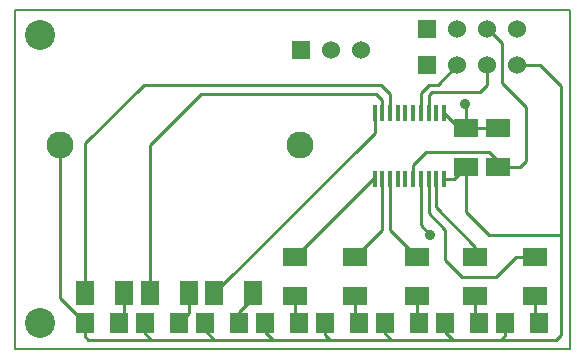
<source format=gtl>
G04 (created by PCBNEW (2013-07-07 BZR 4022)-stable) date 06/07/2014 18:00:34*
%MOIN*%
G04 Gerber Fmt 3.4, Leading zero omitted, Abs format*
%FSLAX34Y34*%
G01*
G70*
G90*
G04 APERTURE LIST*
%ADD10C,0.00393701*%
%ADD11C,0.00590551*%
%ADD12R,0.0165X0.0579*%
%ADD13R,0.08X0.06*%
%ADD14R,0.06X0.08*%
%ADD15R,0.06X0.06*%
%ADD16C,0.06*%
%ADD17R,0.0629X0.0709*%
%ADD18C,0.09*%
%ADD19C,0.1*%
%ADD20C,0.035*%
%ADD21C,0.01*%
G04 APERTURE END LIST*
G54D10*
G54D11*
X18050Y-14200D02*
X17850Y-14200D01*
X18050Y-25500D02*
X17850Y-25500D01*
X36350Y-14200D02*
X36350Y-25500D01*
X18050Y-14200D02*
X36350Y-14200D01*
X17850Y-25500D02*
X17850Y-14200D01*
X36350Y-25500D02*
X18050Y-25500D01*
G54D12*
X31128Y-17648D03*
X30872Y-17648D03*
X30616Y-17648D03*
X30360Y-17648D03*
X31892Y-19850D03*
X31896Y-17648D03*
X31640Y-17648D03*
X31384Y-17648D03*
X30104Y-19852D03*
X30360Y-19852D03*
X30616Y-19852D03*
X30872Y-19852D03*
X31128Y-19852D03*
X31384Y-19852D03*
X30104Y-17648D03*
X31640Y-19850D03*
X32152Y-17648D03*
X29848Y-17648D03*
X29848Y-19852D03*
X32152Y-19852D03*
G54D13*
X35200Y-22450D03*
X35200Y-23750D03*
X33200Y-22450D03*
X33200Y-23750D03*
X31250Y-22450D03*
X31250Y-23750D03*
X29200Y-22450D03*
X29200Y-23750D03*
X27200Y-22450D03*
X27200Y-23750D03*
G54D14*
X24500Y-23650D03*
X25800Y-23650D03*
X22350Y-23650D03*
X23650Y-23650D03*
X20200Y-23650D03*
X21500Y-23650D03*
G54D15*
X31600Y-14850D03*
G54D16*
X32600Y-14850D03*
X33600Y-14850D03*
X34600Y-14850D03*
G54D15*
X31600Y-16050D03*
G54D16*
X32600Y-16050D03*
X33600Y-16050D03*
X34600Y-16050D03*
G54D15*
X27400Y-15550D03*
G54D16*
X28400Y-15550D03*
X29400Y-15550D03*
G54D17*
X34191Y-24650D03*
X35309Y-24650D03*
X32191Y-24650D03*
X33309Y-24650D03*
X30191Y-24650D03*
X31309Y-24650D03*
X28191Y-24650D03*
X29309Y-24650D03*
X26191Y-24650D03*
X27309Y-24650D03*
X24191Y-24650D03*
X25309Y-24650D03*
X22191Y-24650D03*
X23309Y-24650D03*
X20191Y-24650D03*
X21309Y-24650D03*
G54D18*
X19350Y-18700D03*
X27350Y-18700D03*
G54D13*
X32900Y-18150D03*
X32900Y-19450D03*
X33950Y-18150D03*
X33950Y-19450D03*
G54D19*
X18700Y-15050D03*
X18700Y-24650D03*
G54D20*
X31700Y-21700D03*
X32850Y-17350D03*
G54D21*
X33200Y-22450D02*
X33200Y-22100D01*
X31892Y-20792D02*
X31892Y-19850D01*
X33200Y-22100D02*
X31892Y-20792D01*
X29848Y-19852D02*
X29798Y-19852D01*
X29798Y-19852D02*
X27200Y-22450D01*
X31384Y-19852D02*
X31384Y-21384D01*
X31384Y-21384D02*
X31700Y-21700D01*
X33950Y-19450D02*
X34700Y-19450D01*
X34100Y-15300D02*
X33600Y-14800D01*
X34100Y-16650D02*
X34100Y-15300D01*
X34900Y-17450D02*
X34100Y-16650D01*
X34900Y-19250D02*
X34900Y-17450D01*
X34700Y-19450D02*
X34900Y-19250D01*
X33950Y-19450D02*
X33950Y-19250D01*
X31128Y-19372D02*
X31128Y-19852D01*
X31550Y-18950D02*
X31128Y-19372D01*
X33650Y-18950D02*
X31550Y-18950D01*
X33950Y-19250D02*
X33650Y-18950D01*
X23650Y-23650D02*
X23650Y-24309D01*
X23650Y-24309D02*
X23309Y-24650D01*
X32900Y-17400D02*
X32900Y-18150D01*
X32850Y-17350D02*
X32900Y-17400D01*
X32900Y-18150D02*
X33950Y-18150D01*
X32900Y-18150D02*
X32654Y-18150D01*
X32654Y-18150D02*
X32152Y-17648D01*
X21500Y-23650D02*
X21500Y-24459D01*
X21500Y-24459D02*
X21309Y-24650D01*
X25800Y-23650D02*
X25800Y-23800D01*
X25309Y-24291D02*
X25309Y-24650D01*
X25800Y-23800D02*
X25309Y-24291D01*
X27200Y-23750D02*
X27200Y-24541D01*
X27200Y-24541D02*
X27309Y-24650D01*
X30104Y-19852D02*
X30104Y-21546D01*
X30104Y-21546D02*
X29200Y-22450D01*
X31250Y-23750D02*
X31250Y-24591D01*
X31250Y-24591D02*
X31309Y-24650D01*
X33200Y-23750D02*
X33200Y-24541D01*
X33200Y-24541D02*
X33309Y-24650D01*
X35200Y-23750D02*
X35200Y-24541D01*
X35200Y-24541D02*
X35309Y-24650D01*
X29200Y-23750D02*
X29200Y-24541D01*
X29200Y-24541D02*
X29309Y-24650D01*
X19350Y-18700D02*
X19350Y-23800D01*
X19800Y-24259D02*
X20191Y-24650D01*
X19800Y-24250D02*
X19800Y-24259D01*
X19350Y-23800D02*
X19800Y-24250D01*
X32900Y-19450D02*
X32900Y-20950D01*
X33650Y-21700D02*
X36050Y-21700D01*
X32900Y-20950D02*
X33650Y-21700D01*
X32152Y-19852D02*
X32498Y-19852D01*
X32498Y-19852D02*
X32900Y-19450D01*
X30191Y-24650D02*
X30191Y-24991D01*
X30191Y-24991D02*
X30400Y-25200D01*
X34600Y-16050D02*
X35350Y-16050D01*
X35350Y-16050D02*
X36050Y-16750D01*
X36050Y-16750D02*
X36050Y-21700D01*
X35900Y-25200D02*
X34050Y-25200D01*
X36050Y-21700D02*
X36050Y-25050D01*
X36050Y-25050D02*
X35900Y-25200D01*
X34050Y-25200D02*
X34191Y-25059D01*
X34191Y-25059D02*
X34191Y-24650D01*
X32450Y-25200D02*
X34050Y-25200D01*
X30400Y-25200D02*
X32450Y-25200D01*
X28350Y-25200D02*
X30400Y-25200D01*
X28191Y-25041D02*
X28350Y-25200D01*
X26450Y-25200D02*
X28350Y-25200D01*
X24500Y-25200D02*
X26450Y-25200D01*
X22400Y-25200D02*
X24500Y-25200D01*
X20300Y-25200D02*
X22400Y-25200D01*
X20191Y-25091D02*
X20300Y-25200D01*
X22191Y-24650D02*
X22191Y-24991D01*
X22191Y-24991D02*
X22400Y-25200D01*
X24191Y-24650D02*
X24191Y-24891D01*
X24191Y-24891D02*
X24500Y-25200D01*
X26191Y-24650D02*
X26191Y-24941D01*
X26191Y-24941D02*
X26450Y-25200D01*
X28191Y-24650D02*
X28191Y-25041D01*
X32191Y-24650D02*
X32191Y-24941D01*
X32191Y-24941D02*
X32450Y-25200D01*
X20191Y-24650D02*
X20191Y-25091D01*
X30360Y-19852D02*
X30360Y-21560D01*
X30360Y-21560D02*
X31250Y-22450D01*
X35200Y-22450D02*
X34550Y-22450D01*
X31640Y-20990D02*
X31640Y-19850D01*
X32200Y-21550D02*
X31640Y-20990D01*
X32200Y-22550D02*
X32200Y-21550D01*
X32750Y-23100D02*
X32200Y-22550D01*
X33900Y-23100D02*
X32750Y-23100D01*
X34550Y-22450D02*
X33900Y-23100D01*
X31384Y-17648D02*
X31384Y-16966D01*
X31950Y-16700D02*
X32600Y-16050D01*
X31650Y-16700D02*
X31950Y-16700D01*
X31384Y-16966D02*
X31650Y-16700D01*
X31640Y-17648D02*
X31640Y-17060D01*
X33600Y-16700D02*
X33600Y-16050D01*
X33350Y-16950D02*
X33600Y-16700D01*
X31750Y-16950D02*
X33350Y-16950D01*
X31640Y-17060D02*
X31750Y-16950D01*
X30104Y-17648D02*
X30104Y-17204D01*
X22350Y-18700D02*
X22350Y-23650D01*
X24050Y-17000D02*
X22350Y-18700D01*
X29900Y-17000D02*
X24050Y-17000D01*
X30104Y-17204D02*
X29900Y-17000D01*
X30360Y-17648D02*
X30360Y-17010D01*
X20200Y-18650D02*
X20200Y-23650D01*
X22150Y-16700D02*
X20200Y-18650D01*
X30050Y-16700D02*
X22150Y-16700D01*
X30360Y-17010D02*
X30050Y-16700D01*
X29848Y-17648D02*
X29848Y-18302D01*
X29848Y-18302D02*
X24500Y-23650D01*
M02*

</source>
